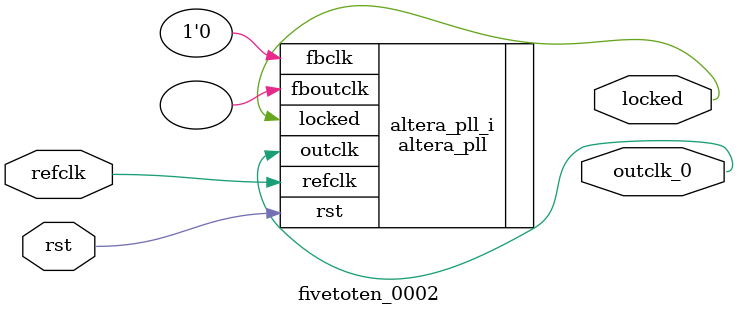
<source format=v>
`timescale 1ns/10ps
module  fivetoten_0002(

	// interface 'refclk'
	input wire refclk,

	// interface 'reset'
	input wire rst,

	// interface 'outclk0'
	output wire outclk_0,

	// interface 'locked'
	output wire locked
);

	altera_pll #(
		.fractional_vco_multiplier("false"),
		.reference_clock_frequency("50.0 MHz"),
		.operation_mode("direct"),
		.number_of_clocks(1),
		.output_clock_frequency0("100.000000 MHz"),
		.phase_shift0("0 ps"),
		.duty_cycle0(50),
		.output_clock_frequency1("0 MHz"),
		.phase_shift1("0 ps"),
		.duty_cycle1(50),
		.output_clock_frequency2("0 MHz"),
		.phase_shift2("0 ps"),
		.duty_cycle2(50),
		.output_clock_frequency3("0 MHz"),
		.phase_shift3("0 ps"),
		.duty_cycle3(50),
		.output_clock_frequency4("0 MHz"),
		.phase_shift4("0 ps"),
		.duty_cycle4(50),
		.output_clock_frequency5("0 MHz"),
		.phase_shift5("0 ps"),
		.duty_cycle5(50),
		.output_clock_frequency6("0 MHz"),
		.phase_shift6("0 ps"),
		.duty_cycle6(50),
		.output_clock_frequency7("0 MHz"),
		.phase_shift7("0 ps"),
		.duty_cycle7(50),
		.output_clock_frequency8("0 MHz"),
		.phase_shift8("0 ps"),
		.duty_cycle8(50),
		.output_clock_frequency9("0 MHz"),
		.phase_shift9("0 ps"),
		.duty_cycle9(50),
		.output_clock_frequency10("0 MHz"),
		.phase_shift10("0 ps"),
		.duty_cycle10(50),
		.output_clock_frequency11("0 MHz"),
		.phase_shift11("0 ps"),
		.duty_cycle11(50),
		.output_clock_frequency12("0 MHz"),
		.phase_shift12("0 ps"),
		.duty_cycle12(50),
		.output_clock_frequency13("0 MHz"),
		.phase_shift13("0 ps"),
		.duty_cycle13(50),
		.output_clock_frequency14("0 MHz"),
		.phase_shift14("0 ps"),
		.duty_cycle14(50),
		.output_clock_frequency15("0 MHz"),
		.phase_shift15("0 ps"),
		.duty_cycle15(50),
		.output_clock_frequency16("0 MHz"),
		.phase_shift16("0 ps"),
		.duty_cycle16(50),
		.output_clock_frequency17("0 MHz"),
		.phase_shift17("0 ps"),
		.duty_cycle17(50),
		.pll_type("General"),
		.pll_subtype("General")
	) altera_pll_i (
		.rst	(rst),
		.outclk	({outclk_0}),
		.locked	(locked),
		.fboutclk	( ),
		.fbclk	(1'b0),
		.refclk	(refclk)
	);
endmodule


</source>
